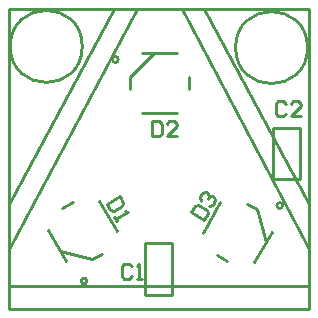
<source format=gto>
%FSLAX25Y25*%
%MOIN*%
G70*
G01*
G75*
G04 Layer_Color=65535*
%ADD10P,0.08352X4X105.0*%
%ADD11R,0.05906X0.05906*%
%ADD12P,0.08352X4X345.0*%
%ADD13R,0.08000X0.05000*%
%ADD14C,0.02500*%
%ADD15C,0.16500*%
%ADD16C,0.04000*%
%ADD17R,0.17716X0.12205*%
%ADD18C,0.01000*%
D18*
X491185Y534449D02*
G03*
X491185Y534449I-984J0D01*
G01*
X436420Y583174D02*
G03*
X436420Y583174I-984J0D01*
G01*
X425947Y509277D02*
G03*
X425947Y509277I-984J0D01*
G01*
X499500Y587100D02*
G03*
X499500Y587100I-12000J0D01*
G01*
X424400Y587500D02*
G03*
X424400Y587500I-12000J0D01*
G01*
X482626Y533140D02*
X485508Y522383D01*
X464523Y525407D02*
X470429Y535636D01*
X481571Y515564D02*
X487477Y525793D01*
X469374Y518060D02*
X472784Y516092D01*
X479216Y535108D02*
X482626Y533140D01*
X440357Y577269D02*
X448232Y585143D01*
X444295Y565457D02*
X456106D01*
X444295Y585143D02*
X456106D01*
X460042Y573331D02*
Y577269D01*
X440357Y573331D02*
Y577269D01*
X416860Y519374D02*
X427617Y516492D01*
X429971Y536036D02*
X435877Y525807D01*
X412923Y526193D02*
X418829Y515964D01*
X417774Y533540D02*
X421183Y535508D01*
X427617Y516492D02*
X431026Y518460D01*
X400000Y535000D02*
X435000Y600000D01*
X400000Y520000D02*
X442500Y600000D01*
X400000Y507500D02*
X500000D01*
X465000Y600000D02*
X500000Y535000D01*
X457500Y600000D02*
X500000Y520000D01*
X400000Y600000D02*
X500000D01*
Y500000D02*
Y600000D01*
X400000Y500000D02*
X500000D01*
X400000D02*
Y600000D01*
X454416Y504784D02*
Y521816D01*
X445384D02*
X454416D01*
X445384Y504784D02*
Y521816D01*
Y504784D02*
X454416D01*
X497016Y543384D02*
Y560416D01*
X487984D02*
X497016D01*
X487984Y543384D02*
Y560416D01*
Y543384D02*
X497016D01*
X460671Y532147D02*
X465000Y529648D01*
X466250Y531812D01*
X465945Y532950D01*
X463059Y534617D01*
X461921Y534312D01*
X460671Y532147D01*
X463892Y536059D02*
X463587Y537197D01*
X464420Y538640D01*
X465558Y538945D01*
X466280Y538529D01*
X466584Y537391D01*
X466168Y536669D01*
X466584Y537391D01*
X467722Y537696D01*
X468444Y537279D01*
X468749Y536141D01*
X467916Y534698D01*
X466778Y534393D01*
X447500Y562498D02*
Y557500D01*
X449999D01*
X450832Y558333D01*
Y561665D01*
X449999Y562498D01*
X447500D01*
X455831Y557500D02*
X452498D01*
X455831Y560832D01*
Y561665D01*
X454998Y562498D01*
X453331D01*
X452498Y561665D01*
X436829Y537499D02*
X432500Y535000D01*
X433750Y532836D01*
X434888Y532531D01*
X437773Y534197D01*
X438078Y535335D01*
X436829Y537499D01*
X434999Y530671D02*
X435832Y529228D01*
X435416Y529950D01*
X439744Y532449D01*
X438607Y532754D01*
X492267Y568441D02*
X491434Y569274D01*
X489768D01*
X488935Y568441D01*
Y565108D01*
X489768Y564275D01*
X491434D01*
X492267Y565108D01*
X497265Y564275D02*
X493933D01*
X497265Y567608D01*
Y568441D01*
X496432Y569274D01*
X494766D01*
X493933Y568441D01*
X440832Y514165D02*
X439999Y514998D01*
X438333D01*
X437500Y514165D01*
Y510833D01*
X438333Y510000D01*
X439999D01*
X440832Y510833D01*
X442498Y510000D02*
X444165D01*
X443331D01*
Y514998D01*
X442498Y514165D01*
M02*

</source>
